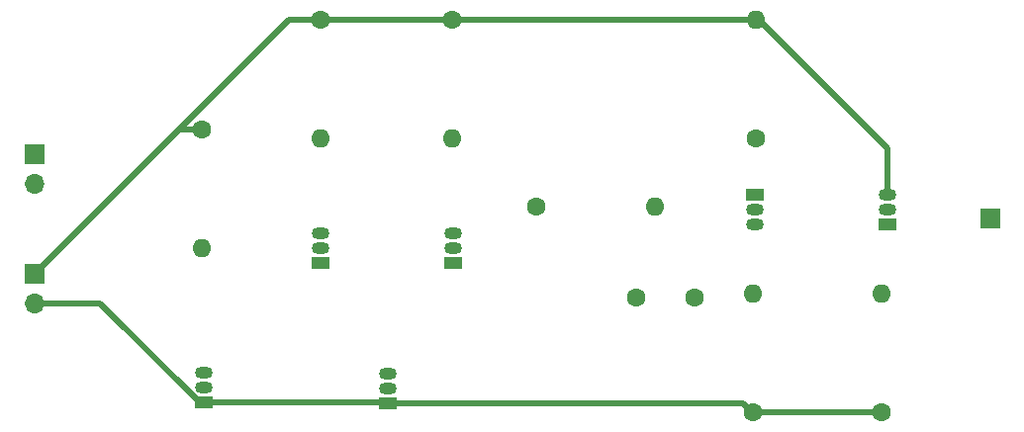
<source format=gbr>
%TF.GenerationSoftware,KiCad,Pcbnew,8.0.4*%
%TF.CreationDate,2024-10-21T15:03:49+02:00*%
%TF.ProjectId,GiugPamp_101,47697567-5061-46d7-905f-3130312e6b69,rev?*%
%TF.SameCoordinates,Original*%
%TF.FileFunction,Copper,L2,Bot*%
%TF.FilePolarity,Positive*%
%FSLAX46Y46*%
G04 Gerber Fmt 4.6, Leading zero omitted, Abs format (unit mm)*
G04 Created by KiCad (PCBNEW 8.0.4) date 2024-10-21 15:03:49*
%MOMM*%
%LPD*%
G01*
G04 APERTURE LIST*
%TA.AperFunction,ComponentPad*%
%ADD10C,1.600000*%
%TD*%
%TA.AperFunction,ComponentPad*%
%ADD11O,1.600000X1.600000*%
%TD*%
%TA.AperFunction,ComponentPad*%
%ADD12R,1.500000X1.050000*%
%TD*%
%TA.AperFunction,ComponentPad*%
%ADD13O,1.500000X1.050000*%
%TD*%
%TA.AperFunction,ComponentPad*%
%ADD14R,1.700000X1.700000*%
%TD*%
%TA.AperFunction,ComponentPad*%
%ADD15O,1.700000X1.700000*%
%TD*%
%TA.AperFunction,Conductor*%
%ADD16C,0.500000*%
%TD*%
%TA.AperFunction,Conductor*%
%ADD17C,0.300000*%
%TD*%
G04 APERTURE END LIST*
D10*
%TO.P,R2,1*%
%TO.N,VCC*%
X80500000Y-51170000D03*
D11*
%TO.P,R2,2*%
%TO.N,Net-(Q2-C)*%
X80500000Y-61330000D03*
%TD*%
D12*
%TO.P,Q2,1,E*%
%TO.N,Net-(Q1-E)*%
X80610000Y-72020000D03*
D13*
%TO.P,Q2,2,B*%
%TO.N,V-*%
X80610000Y-70750000D03*
%TO.P,Q2,3,C*%
%TO.N,Net-(Q2-C)*%
X80610000Y-69480000D03*
%TD*%
D10*
%TO.P,C1,1*%
%TO.N,Net-(Q5-C)*%
X101250000Y-75020000D03*
%TO.P,C1,2*%
%TO.N,Net-(Q5-B)*%
X96250000Y-75020000D03*
%TD*%
%TO.P,R5,1*%
%TO.N,Net-(Q5-E)*%
X106510000Y-61380000D03*
D11*
%TO.P,R5,2*%
%TO.N,VCC*%
X106510000Y-51220000D03*
%TD*%
D10*
%TO.P,R6,1*%
%TO.N,VEE*%
X106250000Y-84830000D03*
D11*
%TO.P,R6,2*%
%TO.N,Net-(Q5-C)*%
X106250000Y-74670000D03*
%TD*%
D14*
%TO.P,OUT,1,Pin_1*%
%TO.N,OUT*%
X126550000Y-68200000D03*
%TD*%
D10*
%TO.P,R4,1*%
%TO.N,Net-(Q1-C)*%
X87670000Y-67250000D03*
D11*
%TO.P,R4,2*%
%TO.N,Net-(Q5-B)*%
X97830000Y-67250000D03*
%TD*%
D12*
%TO.P,Q3,1,E*%
%TO.N,VEE*%
X75000000Y-84020000D03*
D13*
%TO.P,Q3,2,B*%
%TO.N,Net-(Q3-B)*%
X75000000Y-82750000D03*
%TO.P,Q3,3,C*%
%TO.N,Net-(Q1-E)*%
X75000000Y-81480000D03*
%TD*%
D10*
%TO.P,R1,1*%
%TO.N,VCC*%
X69250000Y-51220000D03*
D11*
%TO.P,R1,2*%
%TO.N,Net-(Q1-C)*%
X69250000Y-61380000D03*
%TD*%
D12*
%TO.P,Q4,1,E*%
%TO.N,VEE*%
X59250000Y-84000000D03*
D13*
%TO.P,Q4,2,B*%
%TO.N,Net-(Q3-B)*%
X59250000Y-82730000D03*
%TO.P,Q4,3,C*%
X59250000Y-81460000D03*
%TD*%
D14*
%TO.P,PWR_IN,1,Pin_1*%
%TO.N,VCC*%
X44750000Y-72975000D03*
D15*
%TO.P,PWR_IN,2,Pin_2*%
%TO.N,VEE*%
X44750000Y-75515000D03*
%TD*%
D12*
%TO.P,Q1,1,E*%
%TO.N,Net-(Q1-E)*%
X69250000Y-72000000D03*
D13*
%TO.P,Q1,2,B*%
%TO.N,V+*%
X69250000Y-70730000D03*
%TO.P,Q1,3,C*%
%TO.N,Net-(Q1-C)*%
X69250000Y-69460000D03*
%TD*%
D10*
%TO.P,R3,1*%
%TO.N,VCC*%
X59100000Y-60620000D03*
D11*
%TO.P,R3,2*%
%TO.N,Net-(Q3-B)*%
X59100000Y-70780000D03*
%TD*%
D12*
%TO.P,Q5,1,E*%
%TO.N,Net-(Q5-E)*%
X106390000Y-66230000D03*
D13*
%TO.P,Q5,2,B*%
%TO.N,Net-(Q5-B)*%
X106390000Y-67500000D03*
%TO.P,Q5,3,C*%
%TO.N,Net-(Q5-C)*%
X106390000Y-68770000D03*
%TD*%
D14*
%TO.P,IN,1,Pin_1*%
%TO.N,V+*%
X44750000Y-62710000D03*
D15*
%TO.P,IN,2,Pin_2*%
%TO.N,V-*%
X44750000Y-65250000D03*
%TD*%
D12*
%TO.P,Q6,1,E*%
%TO.N,OUT*%
X117750000Y-68750000D03*
D13*
%TO.P,Q6,2,B*%
%TO.N,Net-(Q5-C)*%
X117750000Y-67480000D03*
%TO.P,Q6,3,C*%
%TO.N,VCC*%
X117750000Y-66210000D03*
%TD*%
D10*
%TO.P,R7,1*%
%TO.N,VEE*%
X117250000Y-84830000D03*
D11*
%TO.P,R7,2*%
%TO.N,OUT*%
X117250000Y-74670000D03*
%TD*%
D16*
%TO.N,VEE*%
X106180000Y-84830000D02*
X105370000Y-84020000D01*
D17*
X74980000Y-84000000D02*
X75000000Y-84020000D01*
D16*
X117250000Y-84830000D02*
X106250000Y-84830000D01*
X50395000Y-75515000D02*
X44750000Y-75515000D01*
D17*
X106250000Y-84830000D02*
X106180000Y-84830000D01*
D16*
X58880000Y-84000000D02*
X50395000Y-75515000D01*
D17*
X59250000Y-84000000D02*
X58880000Y-84000000D01*
D16*
X59250000Y-84000000D02*
X74980000Y-84000000D01*
X105370000Y-84020000D02*
X75000000Y-84020000D01*
%TO.N,VCC*%
X117750000Y-62250000D02*
X117750000Y-66210000D01*
X106510000Y-51220000D02*
X106720000Y-51220000D01*
D17*
X80450000Y-51220000D02*
X80500000Y-51170000D01*
D16*
X59100000Y-60620000D02*
X57105000Y-60620000D01*
X69250000Y-51220000D02*
X80450000Y-51220000D01*
X80500000Y-51170000D02*
X106460000Y-51170000D01*
X57105000Y-60620000D02*
X44750000Y-72975000D01*
X66505000Y-51220000D02*
X44750000Y-72975000D01*
X69250000Y-51220000D02*
X66505000Y-51220000D01*
X106720000Y-51220000D02*
X117750000Y-62250000D01*
D17*
X106460000Y-51170000D02*
X106510000Y-51220000D01*
%TD*%
M02*

</source>
